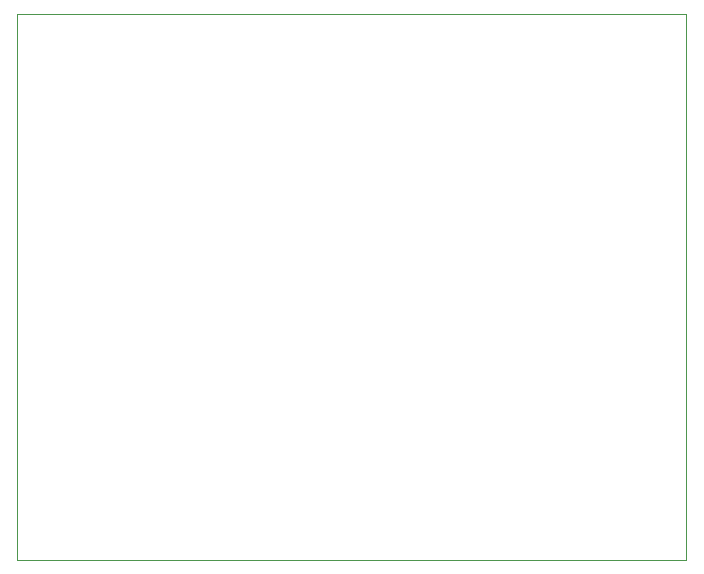
<source format=gbr>
%TF.GenerationSoftware,KiCad,Pcbnew,(6.0.2)*%
%TF.CreationDate,2022-03-08T21:55:07+01:00*%
%TF.ProjectId,simple-pc_-no-fiducials,73696d70-6c65-42d7-9063-5f2d6e6f2d66,rev?*%
%TF.SameCoordinates,Original*%
%TF.FileFunction,Profile,NP*%
%FSLAX46Y46*%
G04 Gerber Fmt 4.6, Leading zero omitted, Abs format (unit mm)*
G04 Created by KiCad (PCBNEW (6.0.2)) date 2022-03-08 21:55:07*
%MOMM*%
%LPD*%
G01*
G04 APERTURE LIST*
%TA.AperFunction,Profile*%
%ADD10C,0.100000*%
%TD*%
G04 APERTURE END LIST*
D10*
X93472000Y-53340000D02*
X150114000Y-53340000D01*
X150114000Y-53340000D02*
X150114000Y-99568000D01*
X150114000Y-99568000D02*
X93472000Y-99568000D01*
X93472000Y-99568000D02*
X93472000Y-53340000D01*
M02*

</source>
